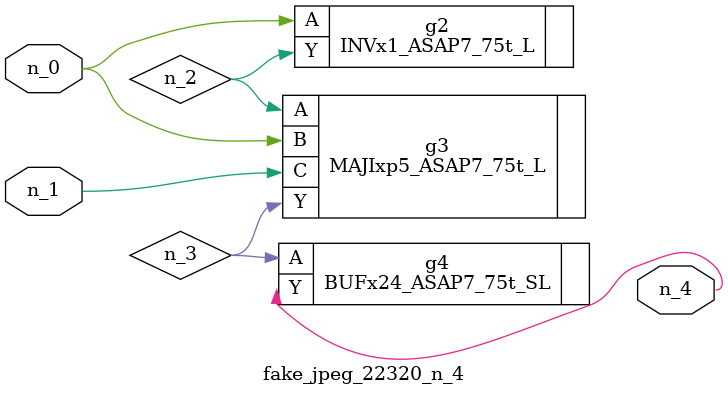
<source format=v>
module fake_jpeg_22320_n_4 (n_0, n_1, n_4);

input n_0;
input n_1;

output n_4;

wire n_2;
wire n_3;

INVx1_ASAP7_75t_L g2 ( 
.A(n_0),
.Y(n_2)
);

MAJIxp5_ASAP7_75t_L g3 ( 
.A(n_2),
.B(n_0),
.C(n_1),
.Y(n_3)
);

BUFx24_ASAP7_75t_SL g4 ( 
.A(n_3),
.Y(n_4)
);


endmodule
</source>
